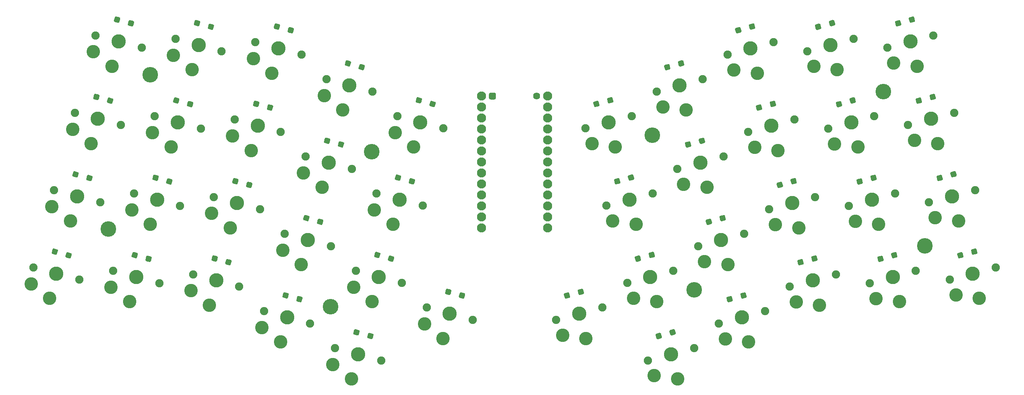
<source format=gbr>
%TF.GenerationSoftware,KiCad,Pcbnew,(5.1.6-0-10_14)*%
%TF.CreationDate,2020-10-19T23:05:39+02:00*%
%TF.ProjectId,batreus,62617472-6575-4732-9e6b-696361645f70,rev?*%
%TF.SameCoordinates,Original*%
%TF.FileFunction,Soldermask,Top*%
%TF.FilePolarity,Negative*%
%FSLAX46Y46*%
G04 Gerber Fmt 4.6, Leading zero omitted, Abs format (unit mm)*
G04 Created by KiCad (PCBNEW (5.1.6-0-10_14)) date 2020-10-19 23:05:39*
%MOMM*%
%LPD*%
G01*
G04 APERTURE LIST*
%ADD10C,2.100000*%
%ADD11C,1.624000*%
%ADD12C,3.600000*%
%ADD13C,3.100000*%
%ADD14C,1.900000*%
%ADD15C,3.300000*%
G04 APERTURE END LIST*
D10*
%TO.C,N1*%
X157620000Y-115240000D03*
X157620000Y-112700000D03*
X157620000Y-110160000D03*
X157620000Y-107620000D03*
X157620000Y-105080000D03*
X157620000Y-102540000D03*
X157620000Y-100000000D03*
X157620000Y-97460000D03*
X157620000Y-94920000D03*
X157620000Y-92380000D03*
X157620000Y-89840000D03*
X157620000Y-87300000D03*
X157620000Y-84760000D03*
X142380000Y-115240000D03*
X142380000Y-112700000D03*
X142380000Y-110160000D03*
X142380000Y-107620000D03*
X142380000Y-105080000D03*
X142380000Y-102540000D03*
X142380000Y-100000000D03*
X142380000Y-97460000D03*
X142380000Y-94920000D03*
X142380000Y-92380000D03*
X142380000Y-89840000D03*
X142380000Y-87300000D03*
X142380000Y-84760000D03*
D11*
X155080000Y-84760000D03*
G36*
G01*
X144108000Y-85166000D02*
X144108000Y-84354000D01*
G75*
G02*
X144514000Y-83948000I406000J0D01*
G01*
X145326000Y-83948000D01*
G75*
G02*
X145732000Y-84354000I0J-406000D01*
G01*
X145732000Y-85166000D01*
G75*
G02*
X145326000Y-85572000I-406000J0D01*
G01*
X144514000Y-85572000D01*
G75*
G02*
X144108000Y-85166000I0J406000D01*
G01*
G37*
%TD*%
D12*
%TO.C,REF\u002A\u002A*%
X66000000Y-79800000D03*
%TD*%
%TO.C,REF\u002A\u002A*%
X56400000Y-115500000D03*
%TD*%
%TO.C,REF\u002A\u002A*%
X107600000Y-133400000D03*
%TD*%
%TO.C,REF\u002A\u002A*%
X117100000Y-97600000D03*
%TD*%
%TO.C,REF\u002A\u002A*%
X191400000Y-129500000D03*
%TD*%
%TO.C,REF\u002A\u002A*%
X181800000Y-93800000D03*
%TD*%
%TO.C,REF\u002A\u002A*%
X244600000Y-119400000D03*
%TD*%
%TO.C,REF\u002A\u002A*%
X235000000Y-83700000D03*
%TD*%
%TO.C,S3*%
G36*
G01*
X114047584Y-78282534D02*
X114249462Y-77529112D01*
G75*
G02*
X114567896Y-77345264I251141J-67293D01*
G01*
X115321318Y-77547142D01*
G75*
G02*
X115505166Y-77865576I-67293J-251141D01*
G01*
X115303288Y-78618998D01*
G75*
G02*
X114984854Y-78802846I-251141J67293D01*
G01*
X114231432Y-78600968D01*
G75*
G02*
X114047584Y-78282534I67293J251141D01*
G01*
G37*
G36*
G01*
X110860029Y-77428432D02*
X111061907Y-76675010D01*
G75*
G02*
X111380341Y-76491162I251141J-67293D01*
G01*
X112133763Y-76693040D01*
G75*
G02*
X112317611Y-77011474I-67293J-251141D01*
G01*
X112115733Y-77764896D01*
G75*
G02*
X111797299Y-77948744I-251141J67293D01*
G01*
X111043877Y-77746866D01*
G75*
G02*
X110860029Y-77428432I67293J251141D01*
G01*
G37*
D13*
X106127124Y-84659871D03*
X110413234Y-87982410D03*
D14*
X117252858Y-83706953D03*
X106627674Y-80859943D03*
D15*
X111940266Y-82283448D03*
%TD*%
%TO.C,S5*%
G36*
G01*
X171532880Y-86287342D02*
X171331001Y-85533920D01*
G75*
G02*
X171514849Y-85215486I251141J67293D01*
G01*
X172268271Y-85013608D01*
G75*
G02*
X172586705Y-85197456I67293J-251141D01*
G01*
X172788583Y-85950878D01*
G75*
G02*
X172604735Y-86269312I-251141J-67293D01*
G01*
X171851313Y-86471190D01*
G75*
G02*
X171532879Y-86287342I-67293J251141D01*
G01*
G37*
G36*
G01*
X168345325Y-87141444D02*
X168143446Y-86388022D01*
G75*
G02*
X168327294Y-86069588I251141J67293D01*
G01*
X169080716Y-85867710D01*
G75*
G02*
X169399150Y-86051558I67293J-251141D01*
G01*
X169601028Y-86804980D01*
G75*
G02*
X169417180Y-87123414I-251141J-67293D01*
G01*
X168663758Y-87325292D01*
G75*
G02*
X168345324Y-87141444I-67293J251141D01*
G01*
G37*
D13*
X167862229Y-95770507D03*
X173235378Y-96504856D03*
D14*
X177020938Y-89382389D03*
X166395754Y-92229399D03*
D15*
X171708346Y-90805894D03*
%TD*%
%TO.C,S4*%
G36*
G01*
X130398972Y-86804980D02*
X130600850Y-86051558D01*
G75*
G02*
X130919284Y-85867710I251141J-67293D01*
G01*
X131672706Y-86069588D01*
G75*
G02*
X131856554Y-86388022I-67293J-251141D01*
G01*
X131654676Y-87141444D01*
G75*
G02*
X131336242Y-87325292I-251141J67293D01*
G01*
X130582820Y-87123414D01*
G75*
G02*
X130398972Y-86804980I67293J251141D01*
G01*
G37*
G36*
G01*
X127211417Y-85950878D02*
X127413295Y-85197456D01*
G75*
G02*
X127731729Y-85013608I251141J-67293D01*
G01*
X128485151Y-85215486D01*
G75*
G02*
X128668999Y-85533920I-67293J-251141D01*
G01*
X128467121Y-86287342D01*
G75*
G02*
X128148687Y-86471190I-251141J67293D01*
G01*
X127395265Y-86269312D01*
G75*
G02*
X127211417Y-85950878I67293J251141D01*
G01*
G37*
D13*
X122478512Y-93182317D03*
X126764622Y-96504856D03*
D14*
X133604246Y-92229399D03*
X122979062Y-89382389D03*
D15*
X128291654Y-90805894D03*
%TD*%
%TO.C,S41*%
G36*
G01*
X164757796Y-130549044D02*
X164555917Y-129795622D01*
G75*
G02*
X164739765Y-129477188I251141J67293D01*
G01*
X165493187Y-129275310D01*
G75*
G02*
X165811621Y-129459158I67293J-251141D01*
G01*
X166013499Y-130212580D01*
G75*
G02*
X165829651Y-130531014I-251141J-67293D01*
G01*
X165076229Y-130732892D01*
G75*
G02*
X164757795Y-130549044I-67293J251141D01*
G01*
G37*
G36*
G01*
X161570241Y-131403146D02*
X161368362Y-130649724D01*
G75*
G02*
X161552210Y-130331290I251141J67293D01*
G01*
X162305632Y-130129412D01*
G75*
G02*
X162624066Y-130313260I67293J-251141D01*
G01*
X162825944Y-131066682D01*
G75*
G02*
X162642096Y-131385116I-251141J-67293D01*
G01*
X161888674Y-131586994D01*
G75*
G02*
X161570240Y-131403146I-67293J251141D01*
G01*
G37*
D13*
X161087145Y-140032209D03*
X166460294Y-140766558D03*
D14*
X170245854Y-133644091D03*
X159620670Y-136491101D03*
D15*
X164933262Y-135067596D03*
%TD*%
%TO.C,S40*%
G36*
G01*
X137174056Y-131066682D02*
X137375934Y-130313260D01*
G75*
G02*
X137694368Y-130129412I251141J-67293D01*
G01*
X138447790Y-130331290D01*
G75*
G02*
X138631638Y-130649724I-67293J-251141D01*
G01*
X138429760Y-131403146D01*
G75*
G02*
X138111326Y-131586994I-251141J67293D01*
G01*
X137357904Y-131385116D01*
G75*
G02*
X137174056Y-131066682I67293J251141D01*
G01*
G37*
G36*
G01*
X133986501Y-130212580D02*
X134188379Y-129459158D01*
G75*
G02*
X134506813Y-129275310I251141J-67293D01*
G01*
X135260235Y-129477188D01*
G75*
G02*
X135444083Y-129795622I-67293J-251141D01*
G01*
X135242205Y-130549044D01*
G75*
G02*
X134923771Y-130732892I-251141J67293D01*
G01*
X134170349Y-130531014D01*
G75*
G02*
X133986501Y-130212580I67293J251141D01*
G01*
G37*
D13*
X129253596Y-137444019D03*
X133539706Y-140766558D03*
D14*
X140379330Y-136491101D03*
X129754146Y-133644091D03*
D15*
X135066738Y-135067596D03*
%TD*%
%TO.C,S39*%
G36*
G01*
X255443996Y-121261254D02*
X255242117Y-120507832D01*
G75*
G02*
X255425965Y-120189398I251141J67293D01*
G01*
X256179387Y-119987520D01*
G75*
G02*
X256497821Y-120171368I67293J-251141D01*
G01*
X256699699Y-120924790D01*
G75*
G02*
X256515851Y-121243224I-251141J-67293D01*
G01*
X255762429Y-121445102D01*
G75*
G02*
X255443995Y-121261254I-67293J251141D01*
G01*
G37*
G36*
G01*
X252256441Y-122115356D02*
X252054562Y-121361934D01*
G75*
G02*
X252238410Y-121043500I251141J67293D01*
G01*
X252991832Y-120841622D01*
G75*
G02*
X253310266Y-121025470I67293J-251141D01*
G01*
X253512144Y-121778892D01*
G75*
G02*
X253328296Y-122097326I-251141J-67293D01*
G01*
X252574874Y-122299204D01*
G75*
G02*
X252256440Y-122115356I-67293J251141D01*
G01*
G37*
D13*
X251773345Y-130744419D03*
X257146494Y-131478768D03*
D14*
X260932054Y-124356301D03*
X250306870Y-127203311D03*
D15*
X255619462Y-125779806D03*
%TD*%
%TO.C,S38*%
G36*
G01*
X237022055Y-122056294D02*
X236820176Y-121302872D01*
G75*
G02*
X237004024Y-120984438I251141J67293D01*
G01*
X237757446Y-120782560D01*
G75*
G02*
X238075880Y-120966408I67293J-251141D01*
G01*
X238277758Y-121719830D01*
G75*
G02*
X238093910Y-122038264I-251141J-67293D01*
G01*
X237340488Y-122240142D01*
G75*
G02*
X237022054Y-122056294I-67293J251141D01*
G01*
G37*
G36*
G01*
X233834500Y-122910396D02*
X233632621Y-122156974D01*
G75*
G02*
X233816469Y-121838540I251141J67293D01*
G01*
X234569891Y-121636662D01*
G75*
G02*
X234888325Y-121820510I67293J-251141D01*
G01*
X235090203Y-122573932D01*
G75*
G02*
X234906355Y-122892366I-251141J-67293D01*
G01*
X234152933Y-123094244D01*
G75*
G02*
X233834499Y-122910396I-67293J251141D01*
G01*
G37*
D13*
X233351404Y-131539459D03*
X238724553Y-132273808D03*
D14*
X242510113Y-125151341D03*
X231884929Y-127998351D03*
D15*
X237197521Y-126574846D03*
%TD*%
%TO.C,S37*%
G36*
G01*
X218600114Y-122851334D02*
X218398235Y-122097912D01*
G75*
G02*
X218582083Y-121779478I251141J67293D01*
G01*
X219335505Y-121577600D01*
G75*
G02*
X219653939Y-121761448I67293J-251141D01*
G01*
X219855817Y-122514870D01*
G75*
G02*
X219671969Y-122833304I-251141J-67293D01*
G01*
X218918547Y-123035182D01*
G75*
G02*
X218600113Y-122851334I-67293J251141D01*
G01*
G37*
G36*
G01*
X215412559Y-123705436D02*
X215210680Y-122952014D01*
G75*
G02*
X215394528Y-122633580I251141J67293D01*
G01*
X216147950Y-122431702D01*
G75*
G02*
X216466384Y-122615550I67293J-251141D01*
G01*
X216668262Y-123368972D01*
G75*
G02*
X216484414Y-123687406I-251141J-67293D01*
G01*
X215730992Y-123889284D01*
G75*
G02*
X215412558Y-123705436I-67293J251141D01*
G01*
G37*
D13*
X214929463Y-132334499D03*
X220302612Y-133068848D03*
D14*
X224088172Y-125946381D03*
X213462988Y-128793391D03*
D15*
X218775580Y-127369886D03*
%TD*%
%TO.C,S36*%
G36*
G01*
X202248725Y-131373780D02*
X202046846Y-130620358D01*
G75*
G02*
X202230694Y-130301924I251141J67293D01*
G01*
X202984116Y-130100046D01*
G75*
G02*
X203302550Y-130283894I67293J-251141D01*
G01*
X203504428Y-131037316D01*
G75*
G02*
X203320580Y-131355750I-251141J-67293D01*
G01*
X202567158Y-131557628D01*
G75*
G02*
X202248724Y-131373780I-67293J251141D01*
G01*
G37*
G36*
G01*
X199061170Y-132227882D02*
X198859291Y-131474460D01*
G75*
G02*
X199043139Y-131156026I251141J67293D01*
G01*
X199796561Y-130954148D01*
G75*
G02*
X200114995Y-131137996I67293J-251141D01*
G01*
X200316873Y-131891418D01*
G75*
G02*
X200133025Y-132209852I-251141J-67293D01*
G01*
X199379603Y-132411730D01*
G75*
G02*
X199061169Y-132227882I-67293J251141D01*
G01*
G37*
D13*
X198578074Y-140856945D03*
X203951223Y-141591294D03*
D14*
X207736783Y-134468827D03*
X197111599Y-137315837D03*
D15*
X202424191Y-135892332D03*
%TD*%
%TO.C,S35*%
G36*
G01*
X185897337Y-139896226D02*
X185695458Y-139142804D01*
G75*
G02*
X185879306Y-138824370I251141J67293D01*
G01*
X186632728Y-138622492D01*
G75*
G02*
X186951162Y-138806340I67293J-251141D01*
G01*
X187153040Y-139559762D01*
G75*
G02*
X186969192Y-139878196I-251141J-67293D01*
G01*
X186215770Y-140080074D01*
G75*
G02*
X185897336Y-139896226I-67293J251141D01*
G01*
G37*
G36*
G01*
X182709782Y-140750328D02*
X182507903Y-139996906D01*
G75*
G02*
X182691751Y-139678472I251141J67293D01*
G01*
X183445173Y-139476594D01*
G75*
G02*
X183763607Y-139660442I67293J-251141D01*
G01*
X183965485Y-140413864D01*
G75*
G02*
X183781637Y-140732298I-251141J-67293D01*
G01*
X183028215Y-140934176D01*
G75*
G02*
X182709781Y-140750328I-67293J251141D01*
G01*
G37*
D13*
X182226686Y-149379391D03*
X187599835Y-150113740D03*
D14*
X191385395Y-142991273D03*
X180760211Y-145838283D03*
D15*
X186072803Y-144414778D03*
%TD*%
%TO.C,S34*%
G36*
G01*
X116034515Y-140413864D02*
X116236393Y-139660442D01*
G75*
G02*
X116554827Y-139476594I251141J-67293D01*
G01*
X117308249Y-139678472D01*
G75*
G02*
X117492097Y-139996906I-67293J-251141D01*
G01*
X117290219Y-140750328D01*
G75*
G02*
X116971785Y-140934176I-251141J67293D01*
G01*
X116218363Y-140732298D01*
G75*
G02*
X116034515Y-140413864I67293J251141D01*
G01*
G37*
G36*
G01*
X112846960Y-139559762D02*
X113048838Y-138806340D01*
G75*
G02*
X113367272Y-138622492I251141J-67293D01*
G01*
X114120694Y-138824370D01*
G75*
G02*
X114304542Y-139142804I-67293J-251141D01*
G01*
X114102664Y-139896226D01*
G75*
G02*
X113784230Y-140080074I-251141J67293D01*
G01*
X113030808Y-139878196D01*
G75*
G02*
X112846960Y-139559762I67293J251141D01*
G01*
G37*
D13*
X108114055Y-146791201D03*
X112400165Y-150113740D03*
D14*
X119239789Y-145838283D03*
X108614605Y-142991273D03*
D15*
X113927197Y-144414778D03*
%TD*%
%TO.C,S33*%
G36*
G01*
X99683127Y-131891418D02*
X99885005Y-131137996D01*
G75*
G02*
X100203439Y-130954148I251141J-67293D01*
G01*
X100956861Y-131156026D01*
G75*
G02*
X101140709Y-131474460I-67293J-251141D01*
G01*
X100938831Y-132227882D01*
G75*
G02*
X100620397Y-132411730I-251141J67293D01*
G01*
X99866975Y-132209852D01*
G75*
G02*
X99683127Y-131891418I67293J251141D01*
G01*
G37*
G36*
G01*
X96495572Y-131037316D02*
X96697450Y-130283894D01*
G75*
G02*
X97015884Y-130100046I251141J-67293D01*
G01*
X97769306Y-130301924D01*
G75*
G02*
X97953154Y-130620358I-67293J-251141D01*
G01*
X97751276Y-131373780D01*
G75*
G02*
X97432842Y-131557628I-251141J67293D01*
G01*
X96679420Y-131355750D01*
G75*
G02*
X96495572Y-131037316I67293J251141D01*
G01*
G37*
D13*
X91762667Y-138268755D03*
X96048777Y-141591294D03*
D14*
X102888401Y-137315837D03*
X92263217Y-134468827D03*
D15*
X97575809Y-135892332D03*
%TD*%
%TO.C,S32*%
G36*
G01*
X83331738Y-123368972D02*
X83533616Y-122615550D01*
G75*
G02*
X83852050Y-122431702I251141J-67293D01*
G01*
X84605472Y-122633580D01*
G75*
G02*
X84789320Y-122952014I-67293J-251141D01*
G01*
X84587442Y-123705436D01*
G75*
G02*
X84269008Y-123889284I-251141J67293D01*
G01*
X83515586Y-123687406D01*
G75*
G02*
X83331738Y-123368972I67293J251141D01*
G01*
G37*
G36*
G01*
X80144183Y-122514870D02*
X80346061Y-121761448D01*
G75*
G02*
X80664495Y-121577600I251141J-67293D01*
G01*
X81417917Y-121779478D01*
G75*
G02*
X81601765Y-122097912I-67293J-251141D01*
G01*
X81399887Y-122851334D01*
G75*
G02*
X81081453Y-123035182I-251141J67293D01*
G01*
X80328031Y-122833304D01*
G75*
G02*
X80144183Y-122514870I67293J251141D01*
G01*
G37*
D13*
X75411278Y-129746309D03*
X79697388Y-133068848D03*
D14*
X86537012Y-128793391D03*
X75911828Y-125946381D03*
D15*
X81224420Y-127369886D03*
%TD*%
%TO.C,S31*%
G36*
G01*
X64909797Y-122573932D02*
X65111675Y-121820510D01*
G75*
G02*
X65430109Y-121636662I251141J-67293D01*
G01*
X66183531Y-121838540D01*
G75*
G02*
X66367379Y-122156974I-67293J-251141D01*
G01*
X66165501Y-122910396D01*
G75*
G02*
X65847067Y-123094244I-251141J67293D01*
G01*
X65093645Y-122892366D01*
G75*
G02*
X64909797Y-122573932I67293J251141D01*
G01*
G37*
G36*
G01*
X61722242Y-121719830D02*
X61924120Y-120966408D01*
G75*
G02*
X62242554Y-120782560I251141J-67293D01*
G01*
X62995976Y-120984438D01*
G75*
G02*
X63179824Y-121302872I-67293J-251141D01*
G01*
X62977946Y-122056294D01*
G75*
G02*
X62659512Y-122240142I-251141J67293D01*
G01*
X61906090Y-122038264D01*
G75*
G02*
X61722242Y-121719830I67293J251141D01*
G01*
G37*
D13*
X56989337Y-128951269D03*
X61275447Y-132273808D03*
D14*
X68115071Y-127998351D03*
X57489887Y-125151341D03*
D15*
X62802479Y-126574846D03*
%TD*%
%TO.C,S30*%
G36*
G01*
X46487856Y-121778892D02*
X46689734Y-121025470D01*
G75*
G02*
X47008168Y-120841622I251141J-67293D01*
G01*
X47761590Y-121043500D01*
G75*
G02*
X47945438Y-121361934I-67293J-251141D01*
G01*
X47743560Y-122115356D01*
G75*
G02*
X47425126Y-122299204I-251141J67293D01*
G01*
X46671704Y-122097326D01*
G75*
G02*
X46487856Y-121778892I67293J251141D01*
G01*
G37*
G36*
G01*
X43300301Y-120924790D02*
X43502179Y-120171368D01*
G75*
G02*
X43820613Y-119987520I251141J-67293D01*
G01*
X44574035Y-120189398D01*
G75*
G02*
X44757883Y-120507832I-67293J-251141D01*
G01*
X44556005Y-121261254D01*
G75*
G02*
X44237571Y-121445102I-251141J67293D01*
G01*
X43484149Y-121243224D01*
G75*
G02*
X43300301Y-120924790I67293J251141D01*
G01*
G37*
D13*
X38567396Y-128156229D03*
X42853506Y-131478768D03*
D14*
X49693130Y-127203311D03*
X39067946Y-124356301D03*
D15*
X44380538Y-125779806D03*
%TD*%
%TO.C,S29*%
G36*
G01*
X250655844Y-103391627D02*
X250453965Y-102638205D01*
G75*
G02*
X250637813Y-102319771I251141J67293D01*
G01*
X251391235Y-102117893D01*
G75*
G02*
X251709669Y-102301741I67293J-251141D01*
G01*
X251911547Y-103055163D01*
G75*
G02*
X251727699Y-103373597I-251141J-67293D01*
G01*
X250974277Y-103575475D01*
G75*
G02*
X250655843Y-103391627I-67293J251141D01*
G01*
G37*
G36*
G01*
X247468289Y-104245729D02*
X247266410Y-103492307D01*
G75*
G02*
X247450258Y-103173873I251141J67293D01*
G01*
X248203680Y-102971995D01*
G75*
G02*
X248522114Y-103155843I67293J-251141D01*
G01*
X248723992Y-103909265D01*
G75*
G02*
X248540144Y-104227699I-251141J-67293D01*
G01*
X247786722Y-104429577D01*
G75*
G02*
X247468288Y-104245729I-67293J251141D01*
G01*
G37*
D13*
X246985193Y-112874792D03*
X252358342Y-113609141D03*
D14*
X256143902Y-106486674D03*
X245518718Y-109333684D03*
D15*
X250831310Y-107910179D03*
%TD*%
%TO.C,S28*%
G36*
G01*
X232233903Y-104186666D02*
X232032024Y-103433244D01*
G75*
G02*
X232215872Y-103114810I251141J67293D01*
G01*
X232969294Y-102912932D01*
G75*
G02*
X233287728Y-103096780I67293J-251141D01*
G01*
X233489606Y-103850202D01*
G75*
G02*
X233305758Y-104168636I-251141J-67293D01*
G01*
X232552336Y-104370514D01*
G75*
G02*
X232233902Y-104186666I-67293J251141D01*
G01*
G37*
G36*
G01*
X229046348Y-105040768D02*
X228844469Y-104287346D01*
G75*
G02*
X229028317Y-103968912I251141J67293D01*
G01*
X229781739Y-103767034D01*
G75*
G02*
X230100173Y-103950882I67293J-251141D01*
G01*
X230302051Y-104704304D01*
G75*
G02*
X230118203Y-105022738I-251141J-67293D01*
G01*
X229364781Y-105224616D01*
G75*
G02*
X229046347Y-105040768I-67293J251141D01*
G01*
G37*
D13*
X228563252Y-113669831D03*
X233936401Y-114404180D03*
D14*
X237721961Y-107281713D03*
X227096777Y-110128723D03*
D15*
X232409369Y-108705218D03*
%TD*%
%TO.C,S27*%
G36*
G01*
X213811962Y-104981706D02*
X213610083Y-104228284D01*
G75*
G02*
X213793931Y-103909850I251141J67293D01*
G01*
X214547353Y-103707972D01*
G75*
G02*
X214865787Y-103891820I67293J-251141D01*
G01*
X215067665Y-104645242D01*
G75*
G02*
X214883817Y-104963676I-251141J-67293D01*
G01*
X214130395Y-105165554D01*
G75*
G02*
X213811961Y-104981706I-67293J251141D01*
G01*
G37*
G36*
G01*
X210624407Y-105835808D02*
X210422528Y-105082386D01*
G75*
G02*
X210606376Y-104763952I251141J67293D01*
G01*
X211359798Y-104562074D01*
G75*
G02*
X211678232Y-104745922I67293J-251141D01*
G01*
X211880110Y-105499344D01*
G75*
G02*
X211696262Y-105817778I-251141J-67293D01*
G01*
X210942840Y-106019656D01*
G75*
G02*
X210624406Y-105835808I-67293J251141D01*
G01*
G37*
D13*
X210141311Y-114464871D03*
X215514460Y-115199220D03*
D14*
X219300020Y-108076753D03*
X208674836Y-110923763D03*
D15*
X213987428Y-109500258D03*
%TD*%
%TO.C,S26*%
G36*
G01*
X197460573Y-113504152D02*
X197258694Y-112750730D01*
G75*
G02*
X197442542Y-112432296I251141J67293D01*
G01*
X198195964Y-112230418D01*
G75*
G02*
X198514398Y-112414266I67293J-251141D01*
G01*
X198716276Y-113167688D01*
G75*
G02*
X198532428Y-113486122I-251141J-67293D01*
G01*
X197779006Y-113688000D01*
G75*
G02*
X197460572Y-113504152I-67293J251141D01*
G01*
G37*
G36*
G01*
X194273018Y-114358254D02*
X194071139Y-113604832D01*
G75*
G02*
X194254987Y-113286398I251141J67293D01*
G01*
X195008409Y-113084520D01*
G75*
G02*
X195326843Y-113268368I67293J-251141D01*
G01*
X195528721Y-114021790D01*
G75*
G02*
X195344873Y-114340224I-251141J-67293D01*
G01*
X194591451Y-114542102D01*
G75*
G02*
X194273017Y-114358254I-67293J251141D01*
G01*
G37*
D13*
X193789922Y-122987317D03*
X199163071Y-123721666D03*
D14*
X202948631Y-116599199D03*
X192323447Y-119446209D03*
D15*
X197636039Y-118022704D03*
%TD*%
%TO.C,S25*%
G36*
G01*
X181109184Y-122026598D02*
X180907305Y-121273176D01*
G75*
G02*
X181091153Y-120954742I251141J67293D01*
G01*
X181844575Y-120752864D01*
G75*
G02*
X182163009Y-120936712I67293J-251141D01*
G01*
X182364887Y-121690134D01*
G75*
G02*
X182181039Y-122008568I-251141J-67293D01*
G01*
X181427617Y-122210446D01*
G75*
G02*
X181109183Y-122026598I-67293J251141D01*
G01*
G37*
G36*
G01*
X177921629Y-122880700D02*
X177719750Y-122127278D01*
G75*
G02*
X177903598Y-121808844I251141J67293D01*
G01*
X178657020Y-121606966D01*
G75*
G02*
X178975454Y-121790814I67293J-251141D01*
G01*
X179177332Y-122544236D01*
G75*
G02*
X178993484Y-122862670I-251141J-67293D01*
G01*
X178240062Y-123064548D01*
G75*
G02*
X177921628Y-122880700I-67293J251141D01*
G01*
G37*
D13*
X177438533Y-131509763D03*
X182811682Y-132244112D03*
D14*
X186597242Y-125121645D03*
X175972058Y-127968655D03*
D15*
X181284650Y-126545150D03*
%TD*%
%TO.C,S24*%
G36*
G01*
X120822668Y-122544236D02*
X121024546Y-121790814D01*
G75*
G02*
X121342980Y-121606966I251141J-67293D01*
G01*
X122096402Y-121808844D01*
G75*
G02*
X122280250Y-122127278I-67293J-251141D01*
G01*
X122078372Y-122880700D01*
G75*
G02*
X121759938Y-123064548I-251141J67293D01*
G01*
X121006516Y-122862670D01*
G75*
G02*
X120822668Y-122544236I67293J251141D01*
G01*
G37*
G36*
G01*
X117635113Y-121690134D02*
X117836991Y-120936712D01*
G75*
G02*
X118155425Y-120752864I251141J-67293D01*
G01*
X118908847Y-120954742D01*
G75*
G02*
X119092695Y-121273176I-67293J-251141D01*
G01*
X118890817Y-122026598D01*
G75*
G02*
X118572383Y-122210446I-251141J67293D01*
G01*
X117818961Y-122008568D01*
G75*
G02*
X117635113Y-121690134I67293J251141D01*
G01*
G37*
D13*
X112902208Y-128921573D03*
X117188318Y-132244112D03*
D14*
X124027942Y-127968655D03*
X113402758Y-125121645D03*
D15*
X118715350Y-126545150D03*
%TD*%
%TO.C,S23*%
G36*
G01*
X104471279Y-114021790D02*
X104673157Y-113268368D01*
G75*
G02*
X104991591Y-113084520I251141J-67293D01*
G01*
X105745013Y-113286398D01*
G75*
G02*
X105928861Y-113604832I-67293J-251141D01*
G01*
X105726983Y-114358254D01*
G75*
G02*
X105408549Y-114542102I-251141J67293D01*
G01*
X104655127Y-114340224D01*
G75*
G02*
X104471279Y-114021790I67293J251141D01*
G01*
G37*
G36*
G01*
X101283724Y-113167688D02*
X101485602Y-112414266D01*
G75*
G02*
X101804036Y-112230418I251141J-67293D01*
G01*
X102557458Y-112432296D01*
G75*
G02*
X102741306Y-112750730I-67293J-251141D01*
G01*
X102539428Y-113504152D01*
G75*
G02*
X102220994Y-113688000I-251141J67293D01*
G01*
X101467572Y-113486122D01*
G75*
G02*
X101283724Y-113167688I67293J251141D01*
G01*
G37*
D13*
X96550819Y-120399127D03*
X100836929Y-123721666D03*
D14*
X107676553Y-119446209D03*
X97051369Y-116599199D03*
D15*
X102363961Y-118022704D03*
%TD*%
%TO.C,S22*%
G36*
G01*
X88119890Y-105499344D02*
X88321768Y-104745922D01*
G75*
G02*
X88640202Y-104562074I251141J-67293D01*
G01*
X89393624Y-104763952D01*
G75*
G02*
X89577472Y-105082386I-67293J-251141D01*
G01*
X89375594Y-105835808D01*
G75*
G02*
X89057160Y-106019656I-251141J67293D01*
G01*
X88303738Y-105817778D01*
G75*
G02*
X88119890Y-105499344I67293J251141D01*
G01*
G37*
G36*
G01*
X84932335Y-104645242D02*
X85134213Y-103891820D01*
G75*
G02*
X85452647Y-103707972I251141J-67293D01*
G01*
X86206069Y-103909850D01*
G75*
G02*
X86389917Y-104228284I-67293J-251141D01*
G01*
X86188039Y-104981706D01*
G75*
G02*
X85869605Y-105165554I-251141J67293D01*
G01*
X85116183Y-104963676D01*
G75*
G02*
X84932335Y-104645242I67293J251141D01*
G01*
G37*
D13*
X80199430Y-111876681D03*
X84485540Y-115199220D03*
D14*
X91325164Y-110923763D03*
X80699980Y-108076753D03*
D15*
X86012572Y-109500258D03*
%TD*%
%TO.C,S21*%
G36*
G01*
X69697949Y-104704304D02*
X69899827Y-103950882D01*
G75*
G02*
X70218261Y-103767034I251141J-67293D01*
G01*
X70971683Y-103968912D01*
G75*
G02*
X71155531Y-104287346I-67293J-251141D01*
G01*
X70953653Y-105040768D01*
G75*
G02*
X70635219Y-105224616I-251141J67293D01*
G01*
X69881797Y-105022738D01*
G75*
G02*
X69697949Y-104704304I67293J251141D01*
G01*
G37*
G36*
G01*
X66510394Y-103850202D02*
X66712272Y-103096780D01*
G75*
G02*
X67030706Y-102912932I251141J-67293D01*
G01*
X67784128Y-103114810D01*
G75*
G02*
X67967976Y-103433244I-67293J-251141D01*
G01*
X67766098Y-104186666D01*
G75*
G02*
X67447664Y-104370514I-251141J67293D01*
G01*
X66694242Y-104168636D01*
G75*
G02*
X66510394Y-103850202I67293J251141D01*
G01*
G37*
D13*
X61777489Y-111081641D03*
X66063599Y-114404180D03*
D14*
X72903223Y-110128723D03*
X62278039Y-107281713D03*
D15*
X67590631Y-108705218D03*
%TD*%
%TO.C,S20*%
G36*
G01*
X51276008Y-103909265D02*
X51477886Y-103155843D01*
G75*
G02*
X51796320Y-102971995I251141J-67293D01*
G01*
X52549742Y-103173873D01*
G75*
G02*
X52733590Y-103492307I-67293J-251141D01*
G01*
X52531712Y-104245729D01*
G75*
G02*
X52213278Y-104429577I-251141J67293D01*
G01*
X51459856Y-104227699D01*
G75*
G02*
X51276008Y-103909265I67293J251141D01*
G01*
G37*
G36*
G01*
X48088453Y-103055163D02*
X48290331Y-102301741D01*
G75*
G02*
X48608765Y-102117893I251141J-67293D01*
G01*
X49362187Y-102319771D01*
G75*
G02*
X49546035Y-102638205I-67293J-251141D01*
G01*
X49344157Y-103391627D01*
G75*
G02*
X49025723Y-103575475I-251141J67293D01*
G01*
X48272301Y-103373597D01*
G75*
G02*
X48088453Y-103055163I67293J251141D01*
G01*
G37*
D13*
X43355548Y-110286602D03*
X47641658Y-113609141D03*
D14*
X54481282Y-109333684D03*
X43856098Y-106486674D03*
D15*
X49168690Y-107910179D03*
%TD*%
%TO.C,S19*%
G36*
G01*
X245867691Y-85521999D02*
X245665812Y-84768577D01*
G75*
G02*
X245849660Y-84450143I251141J67293D01*
G01*
X246603082Y-84248265D01*
G75*
G02*
X246921516Y-84432113I67293J-251141D01*
G01*
X247123394Y-85185535D01*
G75*
G02*
X246939546Y-85503969I-251141J-67293D01*
G01*
X246186124Y-85705847D01*
G75*
G02*
X245867690Y-85521999I-67293J251141D01*
G01*
G37*
G36*
G01*
X242680136Y-86376101D02*
X242478257Y-85622679D01*
G75*
G02*
X242662105Y-85304245I251141J67293D01*
G01*
X243415527Y-85102367D01*
G75*
G02*
X243733961Y-85286215I67293J-251141D01*
G01*
X243935839Y-86039637D01*
G75*
G02*
X243751991Y-86358071I-251141J-67293D01*
G01*
X242998569Y-86559949D01*
G75*
G02*
X242680135Y-86376101I-67293J251141D01*
G01*
G37*
D13*
X242197040Y-95005164D03*
X247570189Y-95739513D03*
D14*
X251355749Y-88617046D03*
X240730565Y-91464056D03*
D15*
X246043157Y-90040551D03*
%TD*%
%TO.C,S18*%
G36*
G01*
X227445750Y-86317038D02*
X227243871Y-85563616D01*
G75*
G02*
X227427719Y-85245182I251141J67293D01*
G01*
X228181141Y-85043304D01*
G75*
G02*
X228499575Y-85227152I67293J-251141D01*
G01*
X228701453Y-85980574D01*
G75*
G02*
X228517605Y-86299008I-251141J-67293D01*
G01*
X227764183Y-86500886D01*
G75*
G02*
X227445749Y-86317038I-67293J251141D01*
G01*
G37*
G36*
G01*
X224258195Y-87171140D02*
X224056316Y-86417718D01*
G75*
G02*
X224240164Y-86099284I251141J67293D01*
G01*
X224993586Y-85897406D01*
G75*
G02*
X225312020Y-86081254I67293J-251141D01*
G01*
X225513898Y-86834676D01*
G75*
G02*
X225330050Y-87153110I-251141J-67293D01*
G01*
X224576628Y-87354988D01*
G75*
G02*
X224258194Y-87171140I-67293J251141D01*
G01*
G37*
D13*
X223775099Y-95800203D03*
X229148248Y-96534552D03*
D14*
X232933808Y-89412085D03*
X222308624Y-92259095D03*
D15*
X227621216Y-90835590D03*
%TD*%
%TO.C,S17*%
G36*
G01*
X209023809Y-87112078D02*
X208821930Y-86358656D01*
G75*
G02*
X209005778Y-86040222I251141J67293D01*
G01*
X209759200Y-85838344D01*
G75*
G02*
X210077634Y-86022192I67293J-251141D01*
G01*
X210279512Y-86775614D01*
G75*
G02*
X210095664Y-87094048I-251141J-67293D01*
G01*
X209342242Y-87295926D01*
G75*
G02*
X209023808Y-87112078I-67293J251141D01*
G01*
G37*
G36*
G01*
X205836254Y-87966180D02*
X205634375Y-87212758D01*
G75*
G02*
X205818223Y-86894324I251141J67293D01*
G01*
X206571645Y-86692446D01*
G75*
G02*
X206890079Y-86876294I67293J-251141D01*
G01*
X207091957Y-87629716D01*
G75*
G02*
X206908109Y-87948150I-251141J-67293D01*
G01*
X206154687Y-88150028D01*
G75*
G02*
X205836253Y-87966180I-67293J251141D01*
G01*
G37*
D13*
X205353158Y-96595243D03*
X210726307Y-97329592D03*
D14*
X214511867Y-90207125D03*
X203886683Y-93054135D03*
D15*
X209199275Y-91630630D03*
%TD*%
%TO.C,S16*%
G36*
G01*
X192672421Y-95634524D02*
X192470542Y-94881102D01*
G75*
G02*
X192654390Y-94562668I251141J67293D01*
G01*
X193407812Y-94360790D01*
G75*
G02*
X193726246Y-94544638I67293J-251141D01*
G01*
X193928124Y-95298060D01*
G75*
G02*
X193744276Y-95616494I-251141J-67293D01*
G01*
X192990854Y-95818372D01*
G75*
G02*
X192672420Y-95634524I-67293J251141D01*
G01*
G37*
G36*
G01*
X189484866Y-96488626D02*
X189282987Y-95735204D01*
G75*
G02*
X189466835Y-95416770I251141J67293D01*
G01*
X190220257Y-95214892D01*
G75*
G02*
X190538691Y-95398740I67293J-251141D01*
G01*
X190740569Y-96152162D01*
G75*
G02*
X190556721Y-96470596I-251141J-67293D01*
G01*
X189803299Y-96672474D01*
G75*
G02*
X189484865Y-96488626I-67293J251141D01*
G01*
G37*
D13*
X189001770Y-105117689D03*
X194374919Y-105852038D03*
D14*
X198160479Y-98729571D03*
X187535295Y-101576581D03*
D15*
X192847887Y-100153076D03*
%TD*%
%TO.C,S15*%
G36*
G01*
X176321032Y-104156970D02*
X176119153Y-103403548D01*
G75*
G02*
X176303001Y-103085114I251141J67293D01*
G01*
X177056423Y-102883236D01*
G75*
G02*
X177374857Y-103067084I67293J-251141D01*
G01*
X177576735Y-103820506D01*
G75*
G02*
X177392887Y-104138940I-251141J-67293D01*
G01*
X176639465Y-104340818D01*
G75*
G02*
X176321031Y-104156970I-67293J251141D01*
G01*
G37*
G36*
G01*
X173133477Y-105011072D02*
X172931598Y-104257650D01*
G75*
G02*
X173115446Y-103939216I251141J67293D01*
G01*
X173868868Y-103737338D01*
G75*
G02*
X174187302Y-103921186I67293J-251141D01*
G01*
X174389180Y-104674608D01*
G75*
G02*
X174205332Y-104993042I-251141J-67293D01*
G01*
X173451910Y-105194920D01*
G75*
G02*
X173133476Y-105011072I-67293J251141D01*
G01*
G37*
D13*
X172650381Y-113640135D03*
X178023530Y-114374484D03*
D14*
X181809090Y-107252017D03*
X171183906Y-110099027D03*
D15*
X176496498Y-108675522D03*
%TD*%
%TO.C,S14*%
G36*
G01*
X125610820Y-104674608D02*
X125812698Y-103921186D01*
G75*
G02*
X126131132Y-103737338I251141J-67293D01*
G01*
X126884554Y-103939216D01*
G75*
G02*
X127068402Y-104257650I-67293J-251141D01*
G01*
X126866524Y-105011072D01*
G75*
G02*
X126548090Y-105194920I-251141J67293D01*
G01*
X125794668Y-104993042D01*
G75*
G02*
X125610820Y-104674608I67293J251141D01*
G01*
G37*
G36*
G01*
X122423265Y-103820506D02*
X122625143Y-103067084D01*
G75*
G02*
X122943577Y-102883236I251141J-67293D01*
G01*
X123696999Y-103085114D01*
G75*
G02*
X123880847Y-103403548I-67293J-251141D01*
G01*
X123678969Y-104156970D01*
G75*
G02*
X123360535Y-104340818I-251141J67293D01*
G01*
X122607113Y-104138940D01*
G75*
G02*
X122423265Y-103820506I67293J251141D01*
G01*
G37*
D13*
X117690360Y-111051945D03*
X121976470Y-114374484D03*
D14*
X128816094Y-110099027D03*
X118190910Y-107252017D03*
D15*
X123503502Y-108675522D03*
%TD*%
%TO.C,S13*%
G36*
G01*
X109259431Y-96152162D02*
X109461309Y-95398740D01*
G75*
G02*
X109779743Y-95214892I251141J-67293D01*
G01*
X110533165Y-95416770D01*
G75*
G02*
X110717013Y-95735204I-67293J-251141D01*
G01*
X110515135Y-96488626D01*
G75*
G02*
X110196701Y-96672474I-251141J67293D01*
G01*
X109443279Y-96470596D01*
G75*
G02*
X109259431Y-96152162I67293J251141D01*
G01*
G37*
G36*
G01*
X106071876Y-95298060D02*
X106273754Y-94544638D01*
G75*
G02*
X106592188Y-94360790I251141J-67293D01*
G01*
X107345610Y-94562668D01*
G75*
G02*
X107529458Y-94881102I-67293J-251141D01*
G01*
X107327580Y-95634524D01*
G75*
G02*
X107009146Y-95818372I-251141J67293D01*
G01*
X106255724Y-95616494D01*
G75*
G02*
X106071876Y-95298060I67293J251141D01*
G01*
G37*
D13*
X101338971Y-102529499D03*
X105625081Y-105852038D03*
D14*
X112464705Y-101576581D03*
X101839521Y-98729571D03*
D15*
X107152113Y-100153076D03*
%TD*%
%TO.C,S12*%
G36*
G01*
X92908043Y-87629716D02*
X93109921Y-86876294D01*
G75*
G02*
X93428355Y-86692446I251141J-67293D01*
G01*
X94181777Y-86894324D01*
G75*
G02*
X94365625Y-87212758I-67293J-251141D01*
G01*
X94163747Y-87966180D01*
G75*
G02*
X93845313Y-88150028I-251141J67293D01*
G01*
X93091891Y-87948150D01*
G75*
G02*
X92908043Y-87629716I67293J251141D01*
G01*
G37*
G36*
G01*
X89720488Y-86775614D02*
X89922366Y-86022192D01*
G75*
G02*
X90240800Y-85838344I251141J-67293D01*
G01*
X90994222Y-86040222D01*
G75*
G02*
X91178070Y-86358656I-67293J-251141D01*
G01*
X90976192Y-87112078D01*
G75*
G02*
X90657758Y-87295926I-251141J67293D01*
G01*
X89904336Y-87094048D01*
G75*
G02*
X89720488Y-86775614I67293J251141D01*
G01*
G37*
D13*
X84987583Y-94007053D03*
X89273693Y-97329592D03*
D14*
X96113317Y-93054135D03*
X85488133Y-90207125D03*
D15*
X90800725Y-91630630D03*
%TD*%
%TO.C,S11*%
G36*
G01*
X74486102Y-86834676D02*
X74687980Y-86081254D01*
G75*
G02*
X75006414Y-85897406I251141J-67293D01*
G01*
X75759836Y-86099284D01*
G75*
G02*
X75943684Y-86417718I-67293J-251141D01*
G01*
X75741806Y-87171140D01*
G75*
G02*
X75423372Y-87354988I-251141J67293D01*
G01*
X74669950Y-87153110D01*
G75*
G02*
X74486102Y-86834676I67293J251141D01*
G01*
G37*
G36*
G01*
X71298547Y-85980574D02*
X71500425Y-85227152D01*
G75*
G02*
X71818859Y-85043304I251141J-67293D01*
G01*
X72572281Y-85245182D01*
G75*
G02*
X72756129Y-85563616I-67293J-251141D01*
G01*
X72554251Y-86317038D01*
G75*
G02*
X72235817Y-86500886I-251141J67293D01*
G01*
X71482395Y-86299008D01*
G75*
G02*
X71298547Y-85980574I67293J251141D01*
G01*
G37*
D13*
X66565642Y-93212013D03*
X70851752Y-96534552D03*
D14*
X77691376Y-92259095D03*
X67066192Y-89412085D03*
D15*
X72378784Y-90835590D03*
%TD*%
%TO.C,S10*%
G36*
G01*
X56064161Y-86039637D02*
X56266039Y-85286215D01*
G75*
G02*
X56584473Y-85102367I251141J-67293D01*
G01*
X57337895Y-85304245D01*
G75*
G02*
X57521743Y-85622679I-67293J-251141D01*
G01*
X57319865Y-86376101D01*
G75*
G02*
X57001431Y-86559949I-251141J67293D01*
G01*
X56248009Y-86358071D01*
G75*
G02*
X56064161Y-86039637I67293J251141D01*
G01*
G37*
G36*
G01*
X52876606Y-85185535D02*
X53078484Y-84432113D01*
G75*
G02*
X53396918Y-84248265I251141J-67293D01*
G01*
X54150340Y-84450143D01*
G75*
G02*
X54334188Y-84768577I-67293J-251141D01*
G01*
X54132310Y-85521999D01*
G75*
G02*
X53813876Y-85705847I-251141J67293D01*
G01*
X53060454Y-85503969D01*
G75*
G02*
X52876606Y-85185535I67293J251141D01*
G01*
G37*
D13*
X48143701Y-92416974D03*
X52429811Y-95739513D03*
D14*
X59269435Y-91464056D03*
X48644251Y-88617046D03*
D15*
X53956843Y-90040551D03*
%TD*%
%TO.C,S9*%
G36*
G01*
X241079539Y-67652371D02*
X240877660Y-66898949D01*
G75*
G02*
X241061508Y-66580515I251141J67293D01*
G01*
X241814930Y-66378637D01*
G75*
G02*
X242133364Y-66562485I67293J-251141D01*
G01*
X242335242Y-67315907D01*
G75*
G02*
X242151394Y-67634341I-251141J-67293D01*
G01*
X241397972Y-67836219D01*
G75*
G02*
X241079538Y-67652371I-67293J251141D01*
G01*
G37*
G36*
G01*
X237891984Y-68506473D02*
X237690105Y-67753051D01*
G75*
G02*
X237873953Y-67434617I251141J67293D01*
G01*
X238627375Y-67232739D01*
G75*
G02*
X238945809Y-67416587I67293J-251141D01*
G01*
X239147687Y-68170009D01*
G75*
G02*
X238963839Y-68488443I-251141J-67293D01*
G01*
X238210417Y-68690321D01*
G75*
G02*
X237891983Y-68506473I-67293J251141D01*
G01*
G37*
D13*
X237408888Y-77135536D03*
X242782037Y-77869885D03*
D14*
X246567597Y-70747418D03*
X235942413Y-73594428D03*
D15*
X241255005Y-72170923D03*
%TD*%
%TO.C,S8*%
G36*
G01*
X222657598Y-68447411D02*
X222455719Y-67693989D01*
G75*
G02*
X222639567Y-67375555I251141J67293D01*
G01*
X223392989Y-67173677D01*
G75*
G02*
X223711423Y-67357525I67293J-251141D01*
G01*
X223913301Y-68110947D01*
G75*
G02*
X223729453Y-68429381I-251141J-67293D01*
G01*
X222976031Y-68631259D01*
G75*
G02*
X222657597Y-68447411I-67293J251141D01*
G01*
G37*
G36*
G01*
X219470043Y-69301513D02*
X219268164Y-68548091D01*
G75*
G02*
X219452012Y-68229657I251141J67293D01*
G01*
X220205434Y-68027779D01*
G75*
G02*
X220523868Y-68211627I67293J-251141D01*
G01*
X220725746Y-68965049D01*
G75*
G02*
X220541898Y-69283483I-251141J-67293D01*
G01*
X219788476Y-69485361D01*
G75*
G02*
X219470042Y-69301513I-67293J251141D01*
G01*
G37*
D13*
X218986947Y-77930576D03*
X224360096Y-78664925D03*
D14*
X228145656Y-71542458D03*
X217520472Y-74389468D03*
D15*
X222833064Y-72965963D03*
%TD*%
%TO.C,S7*%
G36*
G01*
X204235657Y-69242450D02*
X204033778Y-68489028D01*
G75*
G02*
X204217626Y-68170594I251141J67293D01*
G01*
X204971048Y-67968716D01*
G75*
G02*
X205289482Y-68152564I67293J-251141D01*
G01*
X205491360Y-68905986D01*
G75*
G02*
X205307512Y-69224420I-251141J-67293D01*
G01*
X204554090Y-69426298D01*
G75*
G02*
X204235656Y-69242450I-67293J251141D01*
G01*
G37*
G36*
G01*
X201048102Y-70096552D02*
X200846223Y-69343130D01*
G75*
G02*
X201030071Y-69024696I251141J67293D01*
G01*
X201783493Y-68822818D01*
G75*
G02*
X202101927Y-69006666I67293J-251141D01*
G01*
X202303805Y-69760088D01*
G75*
G02*
X202119957Y-70078522I-251141J-67293D01*
G01*
X201366535Y-70280400D01*
G75*
G02*
X201048101Y-70096552I-67293J251141D01*
G01*
G37*
D13*
X200565006Y-78725615D03*
X205938155Y-79459964D03*
D14*
X209723715Y-72337497D03*
X199098531Y-75184507D03*
D15*
X204411123Y-73761002D03*
%TD*%
%TO.C,S6*%
G36*
G01*
X187884268Y-77764896D02*
X187682389Y-77011474D01*
G75*
G02*
X187866237Y-76693040I251141J67293D01*
G01*
X188619659Y-76491162D01*
G75*
G02*
X188938093Y-76675010I67293J-251141D01*
G01*
X189139971Y-77428432D01*
G75*
G02*
X188956123Y-77746866I-251141J-67293D01*
G01*
X188202701Y-77948744D01*
G75*
G02*
X187884267Y-77764896I-67293J251141D01*
G01*
G37*
G36*
G01*
X184696713Y-78618998D02*
X184494834Y-77865576D01*
G75*
G02*
X184678682Y-77547142I251141J67293D01*
G01*
X185432104Y-77345264D01*
G75*
G02*
X185750538Y-77529112I67293J-251141D01*
G01*
X185952416Y-78282534D01*
G75*
G02*
X185768568Y-78600968I-251141J-67293D01*
G01*
X185015146Y-78802846D01*
G75*
G02*
X184696712Y-78618998I-67293J251141D01*
G01*
G37*
D13*
X184213617Y-87248061D03*
X189586766Y-87982410D03*
D14*
X193372326Y-80859943D03*
X182747142Y-83706953D03*
D15*
X188059734Y-82283448D03*
%TD*%
%TO.C,S2*%
G36*
G01*
X97696195Y-69760088D02*
X97898073Y-69006666D01*
G75*
G02*
X98216507Y-68822818I251141J-67293D01*
G01*
X98969929Y-69024696D01*
G75*
G02*
X99153777Y-69343130I-67293J-251141D01*
G01*
X98951899Y-70096552D01*
G75*
G02*
X98633465Y-70280400I-251141J67293D01*
G01*
X97880043Y-70078522D01*
G75*
G02*
X97696195Y-69760088I67293J251141D01*
G01*
G37*
G36*
G01*
X94508640Y-68905986D02*
X94710518Y-68152564D01*
G75*
G02*
X95028952Y-67968716I251141J-67293D01*
G01*
X95782374Y-68170594D01*
G75*
G02*
X95966222Y-68489028I-67293J-251141D01*
G01*
X95764344Y-69242450D01*
G75*
G02*
X95445910Y-69426298I-251141J67293D01*
G01*
X94692488Y-69224420D01*
G75*
G02*
X94508640Y-68905986I67293J251141D01*
G01*
G37*
D13*
X89775735Y-76137425D03*
X94061845Y-79459964D03*
D14*
X100901469Y-75184507D03*
X90276285Y-72337497D03*
D15*
X95588877Y-73761002D03*
%TD*%
%TO.C,S1*%
G36*
G01*
X79274254Y-68965049D02*
X79476132Y-68211627D01*
G75*
G02*
X79794566Y-68027779I251141J-67293D01*
G01*
X80547988Y-68229657D01*
G75*
G02*
X80731836Y-68548091I-67293J-251141D01*
G01*
X80529958Y-69301513D01*
G75*
G02*
X80211524Y-69485361I-251141J67293D01*
G01*
X79458102Y-69283483D01*
G75*
G02*
X79274254Y-68965049I67293J251141D01*
G01*
G37*
G36*
G01*
X76086699Y-68110947D02*
X76288577Y-67357525D01*
G75*
G02*
X76607011Y-67173677I251141J-67293D01*
G01*
X77360433Y-67375555D01*
G75*
G02*
X77544281Y-67693989I-67293J-251141D01*
G01*
X77342403Y-68447411D01*
G75*
G02*
X77023969Y-68631259I-251141J67293D01*
G01*
X76270547Y-68429381D01*
G75*
G02*
X76086699Y-68110947I67293J251141D01*
G01*
G37*
D13*
X71353794Y-75342386D03*
X75639904Y-78664925D03*
D14*
X82479528Y-74389468D03*
X71854344Y-71542458D03*
D15*
X77166936Y-72965963D03*
%TD*%
%TO.C,S0*%
G36*
G01*
X60852313Y-68170009D02*
X61054191Y-67416587D01*
G75*
G02*
X61372625Y-67232739I251141J-67293D01*
G01*
X62126047Y-67434617D01*
G75*
G02*
X62309895Y-67753051I-67293J-251141D01*
G01*
X62108017Y-68506473D01*
G75*
G02*
X61789583Y-68690321I-251141J67293D01*
G01*
X61036161Y-68488443D01*
G75*
G02*
X60852313Y-68170009I67293J251141D01*
G01*
G37*
G36*
G01*
X57664758Y-67315907D02*
X57866636Y-66562485D01*
G75*
G02*
X58185070Y-66378637I251141J-67293D01*
G01*
X58938492Y-66580515D01*
G75*
G02*
X59122340Y-66898949I-67293J-251141D01*
G01*
X58920462Y-67652371D01*
G75*
G02*
X58602028Y-67836219I-251141J67293D01*
G01*
X57848606Y-67634341D01*
G75*
G02*
X57664758Y-67315907I67293J251141D01*
G01*
G37*
D13*
X52931853Y-74547346D03*
X57217963Y-77869885D03*
D14*
X64057587Y-73594428D03*
X53432403Y-70747418D03*
D15*
X58744995Y-72170923D03*
%TD*%
M02*

</source>
